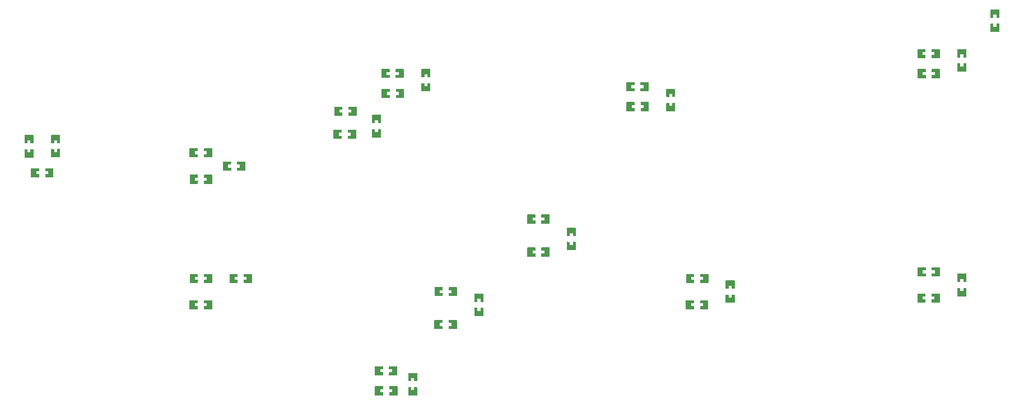
<source format=gbp>
G04 Layer: BottomPasteMaskLayer*
G04 EasyEDA v6.5.38, 2023-12-04 19:03:53*
G04 b5bff3c8101f4f8dbc120533c369a027,9f3f2715377c499da2f37e4e16011465,10*
G04 Gerber Generator version 0.2*
G04 Scale: 100 percent, Rotated: No, Reflected: No *
G04 Dimensions in millimeters *
G04 leading zeros omitted , absolute positions ,4 integer and 5 decimal *
%FSLAX45Y45*%
%MOMM*%

%ADD10C,0.0001*%

%LPD*%
G36*
X3424986Y9957968D02*
G01*
X3424986Y9912959D01*
X3379978Y9912959D01*
X3379978Y9957003D01*
X3338017Y9957460D01*
X3332987Y9952482D01*
X3332987Y9837470D01*
X3338017Y9832492D01*
X3465982Y9832492D01*
X3471011Y9837470D01*
X3471011Y9952482D01*
X3465982Y9957460D01*
G37*
G36*
X3338017Y10172496D02*
G01*
X3332987Y10167467D01*
X3332987Y10052456D01*
X3338017Y10047478D01*
X3379978Y10047478D01*
X3379978Y10091978D01*
X3424986Y10091978D01*
X3424986Y10047986D01*
X3465982Y10047478D01*
X3471011Y10052456D01*
X3471011Y10167467D01*
X3465982Y10172496D01*
G37*
G36*
X5647486Y9970973D02*
G01*
X5642508Y9965994D01*
X5642000Y9924999D01*
X5687009Y9924999D01*
X5687009Y9879990D01*
X5642965Y9879990D01*
X5642508Y9837978D01*
X5647486Y9833000D01*
X5762498Y9833000D01*
X5767476Y9837978D01*
X5767476Y9965994D01*
X5762498Y9970973D01*
G37*
G36*
X5432501Y9970973D02*
G01*
X5427472Y9965994D01*
X5427472Y9837978D01*
X5432501Y9833000D01*
X5547512Y9833000D01*
X5552490Y9837978D01*
X5552490Y9879990D01*
X5507990Y9879990D01*
X5507990Y9924999D01*
X5551982Y9924999D01*
X5552490Y9965994D01*
X5547512Y9970973D01*
G37*
G36*
X5647486Y7671003D02*
G01*
X5642508Y7665974D01*
X5642000Y7624978D01*
X5687009Y7624978D01*
X5687009Y7579969D01*
X5642965Y7579969D01*
X5642508Y7538008D01*
X5647486Y7532979D01*
X5762498Y7532979D01*
X5767476Y7538008D01*
X5767476Y7665974D01*
X5762498Y7671003D01*
G37*
G36*
X5432501Y7671003D02*
G01*
X5427472Y7665974D01*
X5427472Y7538008D01*
X5432501Y7532979D01*
X5547512Y7532979D01*
X5552490Y7538008D01*
X5552490Y7579969D01*
X5507990Y7579969D01*
X5507990Y7624978D01*
X5551982Y7624978D01*
X5552490Y7665974D01*
X5547512Y7671003D01*
G37*
G36*
X7834122Y10599877D02*
G01*
X7829143Y10594848D01*
X7828635Y10553852D01*
X7873644Y10553852D01*
X7873644Y10508843D01*
X7829600Y10508843D01*
X7829143Y10466882D01*
X7834122Y10461853D01*
X7949133Y10461853D01*
X7954111Y10466882D01*
X7954111Y10594848D01*
X7949133Y10599877D01*
G37*
G36*
X7619136Y10599877D02*
G01*
X7614107Y10594848D01*
X7614107Y10466882D01*
X7619136Y10461853D01*
X7734147Y10461853D01*
X7739125Y10466882D01*
X7739125Y10508843D01*
X7694625Y10508843D01*
X7694625Y10553852D01*
X7738618Y10553852D01*
X7739125Y10594848D01*
X7734147Y10599877D01*
G37*
G36*
X11133988Y8767470D02*
G01*
X11128959Y8762492D01*
X11128959Y8647480D01*
X11133988Y8642502D01*
X11174984Y8641994D01*
X11174984Y8687003D01*
X11219992Y8687003D01*
X11219992Y8642959D01*
X11261953Y8642502D01*
X11266982Y8647480D01*
X11266982Y8762492D01*
X11261953Y8767470D01*
G37*
G36*
X11133988Y8552484D02*
G01*
X11128959Y8547506D01*
X11128959Y8432495D01*
X11133988Y8427466D01*
X11261953Y8427466D01*
X11266982Y8432495D01*
X11266982Y8547506D01*
X11261953Y8552484D01*
X11219992Y8552484D01*
X11219992Y8507984D01*
X11174984Y8507984D01*
X11174984Y8551976D01*
G37*
G36*
X8547506Y11170970D02*
G01*
X8542477Y11165992D01*
X8541969Y11124996D01*
X8586978Y11124996D01*
X8586978Y11079988D01*
X8542985Y11079988D01*
X8542477Y11037976D01*
X8547506Y11032998D01*
X8662466Y11032998D01*
X8667496Y11037976D01*
X8667496Y11165992D01*
X8662466Y11170970D01*
G37*
G36*
X8332470Y11170970D02*
G01*
X8327491Y11165992D01*
X8327491Y11037976D01*
X8332470Y11032998D01*
X8447481Y11032998D01*
X8452459Y11037976D01*
X8452459Y11079988D01*
X8408009Y11079988D01*
X8408009Y11124996D01*
X8452002Y11124996D01*
X8452459Y11165992D01*
X8447481Y11170970D01*
G37*
G36*
X9347504Y7370978D02*
G01*
X9342475Y7366000D01*
X9341967Y7325004D01*
X9386976Y7325004D01*
X9386976Y7279995D01*
X9342983Y7279995D01*
X9342475Y7237984D01*
X9347504Y7233005D01*
X9462465Y7233005D01*
X9467494Y7237984D01*
X9467494Y7366000D01*
X9462465Y7370978D01*
G37*
G36*
X9132468Y7370978D02*
G01*
X9127490Y7366000D01*
X9127490Y7237984D01*
X9132468Y7233005D01*
X9247479Y7233005D01*
X9252458Y7237984D01*
X9252458Y7279995D01*
X9208008Y7279995D01*
X9208008Y7325004D01*
X9252000Y7325004D01*
X9252458Y7366000D01*
X9247479Y7370978D01*
G37*
G36*
X12247473Y10970971D02*
G01*
X12242495Y10965992D01*
X12241987Y10924997D01*
X12286996Y10924997D01*
X12286996Y10879988D01*
X12242952Y10879988D01*
X12242495Y10837976D01*
X12247473Y10832998D01*
X12362484Y10832998D01*
X12367463Y10837976D01*
X12367463Y10965992D01*
X12362484Y10970971D01*
G37*
G36*
X12032488Y10970971D02*
G01*
X12027458Y10965992D01*
X12027458Y10837976D01*
X12032488Y10832998D01*
X12147499Y10832998D01*
X12152477Y10837976D01*
X12152477Y10879988D01*
X12107976Y10879988D01*
X12107976Y10924997D01*
X12151969Y10924997D01*
X12152477Y10965992D01*
X12147499Y10970971D01*
G37*
G36*
X13147497Y7671003D02*
G01*
X13142468Y7665974D01*
X13141960Y7624978D01*
X13186968Y7624978D01*
X13186968Y7579969D01*
X13142976Y7579969D01*
X13142468Y7538008D01*
X13147497Y7532979D01*
X13262457Y7532979D01*
X13267486Y7538008D01*
X13267486Y7665974D01*
X13262457Y7671003D01*
G37*
G36*
X12932460Y7671003D02*
G01*
X12927482Y7665974D01*
X12927482Y7538008D01*
X12932460Y7532979D01*
X13047471Y7532979D01*
X13052501Y7538008D01*
X13052450Y7579969D01*
X13008000Y7579969D01*
X13008000Y7624978D01*
X13051993Y7624978D01*
X13052501Y7665974D01*
X13047471Y7671003D01*
G37*
G36*
X16647464Y11470995D02*
G01*
X16642486Y11465966D01*
X16641978Y11424970D01*
X16686987Y11424970D01*
X16686987Y11379962D01*
X16642943Y11379962D01*
X16642486Y11338001D01*
X16647464Y11332972D01*
X16762476Y11332972D01*
X16767454Y11338001D01*
X16767454Y11465966D01*
X16762476Y11470995D01*
G37*
G36*
X16432479Y11470995D02*
G01*
X16427450Y11465966D01*
X16427450Y11338001D01*
X16432479Y11332972D01*
X16547490Y11332972D01*
X16552468Y11338001D01*
X16552468Y11379962D01*
X16507968Y11379962D01*
X16507968Y11424970D01*
X16551960Y11424970D01*
X16552468Y11465966D01*
X16547490Y11470995D01*
G37*
G36*
X16647464Y7770977D02*
G01*
X16642486Y7765999D01*
X16641978Y7725003D01*
X16686987Y7725003D01*
X16686987Y7679994D01*
X16642943Y7679994D01*
X16642486Y7637983D01*
X16647464Y7633004D01*
X16762476Y7633004D01*
X16767454Y7637983D01*
X16767454Y7765999D01*
X16762476Y7770977D01*
G37*
G36*
X16432479Y7770977D02*
G01*
X16427450Y7765999D01*
X16427450Y7637983D01*
X16432479Y7633004D01*
X16547490Y7633004D01*
X16552468Y7637983D01*
X16552468Y7679994D01*
X16507968Y7679994D01*
X16507968Y7725003D01*
X16551960Y7725003D01*
X16552468Y7765999D01*
X16547490Y7770977D01*
G37*
G36*
X8447481Y6671005D02*
G01*
X8442502Y6665975D01*
X8441994Y6624980D01*
X8487003Y6624980D01*
X8487003Y6579971D01*
X8442960Y6579971D01*
X8442502Y6538010D01*
X8447481Y6532981D01*
X8562492Y6532981D01*
X8567470Y6538010D01*
X8567470Y6665975D01*
X8562492Y6671005D01*
G37*
G36*
X8232495Y6671005D02*
G01*
X8227466Y6665975D01*
X8227466Y6538010D01*
X8232495Y6532981D01*
X8347506Y6532981D01*
X8352485Y6538010D01*
X8352485Y6579971D01*
X8307984Y6579971D01*
X8307984Y6624980D01*
X8351977Y6624980D01*
X8352485Y6665975D01*
X8347506Y6671005D01*
G37*
G36*
X3249980Y9668967D02*
G01*
X3245002Y9663988D01*
X3244494Y9622993D01*
X3289503Y9622993D01*
X3289503Y9577984D01*
X3245510Y9577984D01*
X3245002Y9535972D01*
X3249980Y9530994D01*
X3364992Y9530994D01*
X3369970Y9535972D01*
X3369970Y9663988D01*
X3364992Y9668967D01*
G37*
G36*
X3034995Y9668967D02*
G01*
X3030016Y9663988D01*
X3030016Y9535972D01*
X3034995Y9530994D01*
X3150006Y9530994D01*
X3154984Y9535972D01*
X3154984Y9577984D01*
X3110484Y9577984D01*
X3110484Y9622993D01*
X3154476Y9622993D01*
X3154984Y9663988D01*
X3150006Y9668967D01*
G37*
G36*
X6150000Y9768992D02*
G01*
X6144971Y9763963D01*
X6144463Y9722967D01*
X6189472Y9722967D01*
X6189472Y9677958D01*
X6145479Y9677958D01*
X6144971Y9635998D01*
X6150000Y9630968D01*
X6265011Y9630968D01*
X6269990Y9635998D01*
X6269990Y9763963D01*
X6265011Y9768992D01*
G37*
G36*
X5935014Y9768992D02*
G01*
X5929985Y9763963D01*
X5929985Y9635998D01*
X5935014Y9630968D01*
X6049975Y9630968D01*
X6055004Y9635998D01*
X6055004Y9677958D01*
X6010503Y9677958D01*
X6010503Y9722967D01*
X6054496Y9722967D01*
X6055004Y9763963D01*
X6049975Y9768992D01*
G37*
G36*
X6249974Y8068970D02*
G01*
X6244996Y8063992D01*
X6244488Y8022996D01*
X6289497Y8022996D01*
X6289497Y7977987D01*
X6245504Y7977987D01*
X6244996Y7935975D01*
X6249974Y7930997D01*
X6364986Y7930997D01*
X6370015Y7935975D01*
X6370015Y8063992D01*
X6364986Y8068970D01*
G37*
G36*
X6034989Y8068970D02*
G01*
X6030010Y8063992D01*
X6030010Y7935975D01*
X6034989Y7930997D01*
X6150000Y7930997D01*
X6154978Y7935975D01*
X6154978Y7977987D01*
X6110478Y7977987D01*
X6110478Y8022996D01*
X6154470Y8022996D01*
X6154978Y8063992D01*
X6150000Y8068970D01*
G37*
G36*
X8188756Y10475163D02*
G01*
X8183778Y10470134D01*
X8183778Y10355173D01*
X8188756Y10350144D01*
X8229752Y10349636D01*
X8229752Y10394645D01*
X8274761Y10394645D01*
X8274761Y10350652D01*
X8316772Y10350144D01*
X8321751Y10355173D01*
X8321751Y10470134D01*
X8316772Y10475163D01*
G37*
G36*
X8188756Y10260177D02*
G01*
X8183778Y10255148D01*
X8183778Y10140137D01*
X8188756Y10135158D01*
X8316772Y10135158D01*
X8321751Y10140137D01*
X8321751Y10255148D01*
X8316772Y10260177D01*
X8274761Y10260126D01*
X8274761Y10215626D01*
X8229752Y10215626D01*
X8229752Y10259669D01*
G37*
G36*
X10749991Y8968994D02*
G01*
X10744962Y8963964D01*
X10744454Y8922969D01*
X10789462Y8922969D01*
X10789462Y8877960D01*
X10745470Y8877960D01*
X10744962Y8835999D01*
X10749991Y8830970D01*
X10865002Y8830970D01*
X10869980Y8835999D01*
X10869980Y8963964D01*
X10865002Y8968994D01*
G37*
G36*
X10534954Y8968994D02*
G01*
X10529976Y8963964D01*
X10529976Y8835999D01*
X10534954Y8830970D01*
X10649966Y8830970D01*
X10654995Y8835999D01*
X10654995Y8877960D01*
X10610494Y8877960D01*
X10610494Y8922969D01*
X10654487Y8922969D01*
X10654995Y8963964D01*
X10649966Y8968994D01*
G37*
G36*
X8935974Y11169954D02*
G01*
X8930995Y11164976D01*
X8930995Y11049965D01*
X8935974Y11044986D01*
X8976969Y11044478D01*
X8976969Y11089487D01*
X9021978Y11089487D01*
X9021978Y11045494D01*
X9063990Y11044986D01*
X9068968Y11049965D01*
X9068968Y11164976D01*
X9063990Y11169954D01*
G37*
G36*
X8935974Y10954969D02*
G01*
X8930995Y10949990D01*
X8930995Y10834979D01*
X8935974Y10830001D01*
X9063990Y10830001D01*
X9068968Y10834979D01*
X9068968Y10949990D01*
X9063990Y10954969D01*
X9021978Y10954969D01*
X9021978Y10910468D01*
X8976969Y10910468D01*
X8976969Y10954461D01*
G37*
G36*
X9822992Y7555484D02*
G01*
X9822992Y7510475D01*
X9777984Y7510475D01*
X9777984Y7554468D01*
X9735972Y7554975D01*
X9730994Y7549997D01*
X9730994Y7434986D01*
X9735972Y7429957D01*
X9863988Y7429957D01*
X9868966Y7434986D01*
X9868966Y7549997D01*
X9863988Y7554975D01*
G37*
G36*
X9735972Y7769961D02*
G01*
X9730994Y7764983D01*
X9730994Y7649972D01*
X9735972Y7644993D01*
X9777984Y7644993D01*
X9777984Y7689494D01*
X9822992Y7689494D01*
X9822992Y7645501D01*
X9863988Y7644993D01*
X9868966Y7649972D01*
X9868966Y7764983D01*
X9863988Y7769961D01*
G37*
G36*
X12635992Y10869980D02*
G01*
X12630962Y10865002D01*
X12630962Y10749991D01*
X12635992Y10744962D01*
X12676987Y10744454D01*
X12676987Y10789462D01*
X12721996Y10789462D01*
X12721996Y10745470D01*
X12763957Y10744962D01*
X12768986Y10749991D01*
X12768986Y10865002D01*
X12763957Y10869980D01*
G37*
G36*
X12635992Y10654995D02*
G01*
X12630962Y10649966D01*
X12630962Y10534954D01*
X12635992Y10529976D01*
X12763957Y10529976D01*
X12768986Y10534954D01*
X12768986Y10649966D01*
X12763957Y10654995D01*
X12721996Y10654995D01*
X12721996Y10610494D01*
X12676987Y10610494D01*
X12676987Y10654487D01*
G37*
G36*
X13622985Y7755483D02*
G01*
X13622985Y7710474D01*
X13577976Y7710474D01*
X13577976Y7754467D01*
X13535964Y7754975D01*
X13530986Y7749997D01*
X13530986Y7634986D01*
X13535964Y7630007D01*
X13663980Y7630007D01*
X13668959Y7634986D01*
X13668959Y7749997D01*
X13663980Y7754975D01*
G37*
G36*
X13535964Y7969961D02*
G01*
X13530986Y7964982D01*
X13530986Y7849971D01*
X13535964Y7844993D01*
X13577976Y7844993D01*
X13577976Y7889494D01*
X13622985Y7889494D01*
X13622985Y7845501D01*
X13663980Y7844993D01*
X13668959Y7849971D01*
X13668959Y7964982D01*
X13663980Y7969961D01*
G37*
G36*
X17035983Y11469979D02*
G01*
X17030954Y11465001D01*
X17030954Y11349990D01*
X17035983Y11344960D01*
X17076978Y11344452D01*
X17076978Y11389461D01*
X17121987Y11389461D01*
X17121987Y11345468D01*
X17163948Y11344960D01*
X17168977Y11349990D01*
X17168977Y11465001D01*
X17163948Y11469979D01*
G37*
G36*
X17035983Y11254994D02*
G01*
X17030954Y11249964D01*
X17030954Y11135004D01*
X17035983Y11129975D01*
X17163948Y11129975D01*
X17168977Y11135004D01*
X17168977Y11249964D01*
X17163948Y11254994D01*
X17121987Y11254994D01*
X17121987Y11210493D01*
X17076978Y11210493D01*
X17076978Y11254486D01*
G37*
G36*
X17122952Y7855508D02*
G01*
X17122952Y7810500D01*
X17077944Y7810500D01*
X17077944Y7854492D01*
X17035983Y7855000D01*
X17030954Y7849971D01*
X17030954Y7734960D01*
X17035983Y7729981D01*
X17163948Y7729981D01*
X17168977Y7734960D01*
X17168977Y7849971D01*
X17163948Y7855000D01*
G37*
G36*
X17035983Y8069986D02*
G01*
X17030954Y8064957D01*
X17030954Y7949996D01*
X17035983Y7944967D01*
X17077944Y7944967D01*
X17077944Y7989468D01*
X17122952Y7989468D01*
X17122952Y7945475D01*
X17163948Y7944967D01*
X17168977Y7949996D01*
X17168977Y8064957D01*
X17163948Y8069986D01*
G37*
G36*
X8735974Y6570014D02*
G01*
X8730996Y6564985D01*
X8730996Y6449974D01*
X8735974Y6444996D01*
X8776970Y6444488D01*
X8776970Y6489496D01*
X8821978Y6489496D01*
X8821978Y6445504D01*
X8863990Y6444996D01*
X8868968Y6449974D01*
X8868968Y6564985D01*
X8863990Y6570014D01*
G37*
G36*
X8735974Y6354978D02*
G01*
X8730996Y6350000D01*
X8730996Y6234988D01*
X8735974Y6230010D01*
X8863990Y6230010D01*
X8868968Y6234988D01*
X8868968Y6350000D01*
X8863990Y6354978D01*
X8821978Y6354978D01*
X8821978Y6310477D01*
X8776970Y6310477D01*
X8776970Y6354470D01*
G37*
G36*
X17622977Y11855500D02*
G01*
X17622977Y11810492D01*
X17577968Y11810492D01*
X17577968Y11854484D01*
X17535956Y11854992D01*
X17530978Y11849963D01*
X17530978Y11734952D01*
X17535956Y11729974D01*
X17663972Y11729974D01*
X17668951Y11734952D01*
X17668951Y11849963D01*
X17663972Y11854992D01*
G37*
G36*
X17535956Y12069978D02*
G01*
X17530978Y12064949D01*
X17530978Y11949988D01*
X17535956Y11944959D01*
X17577968Y11944959D01*
X17577968Y11989460D01*
X17622977Y11989460D01*
X17622977Y11945467D01*
X17663972Y11944959D01*
X17668951Y11949988D01*
X17668951Y12064949D01*
X17663972Y12069978D01*
G37*
G36*
X2935986Y10170007D02*
G01*
X2931007Y10164978D01*
X2931007Y10049967D01*
X2935986Y10044988D01*
X2976981Y10044480D01*
X2976981Y10089489D01*
X3021990Y10089489D01*
X3021990Y10045496D01*
X3064002Y10044988D01*
X3068980Y10049967D01*
X3068980Y10164978D01*
X3064002Y10170007D01*
G37*
G36*
X2935986Y9954971D02*
G01*
X2931007Y9949992D01*
X2931007Y9834981D01*
X2935986Y9830003D01*
X3064002Y9830003D01*
X3068980Y9834981D01*
X3068980Y9949992D01*
X3064002Y9954971D01*
X3021990Y9954971D01*
X3021990Y9910470D01*
X2976981Y9910470D01*
X2976981Y9954463D01*
G37*
G36*
X5434990Y9568992D02*
G01*
X5430012Y9563963D01*
X5430012Y9435998D01*
X5434990Y9430969D01*
X5550001Y9430969D01*
X5554980Y9435998D01*
X5555488Y9476994D01*
X5510479Y9476994D01*
X5510479Y9522002D01*
X5554472Y9522002D01*
X5554980Y9563963D01*
X5550001Y9568992D01*
G37*
G36*
X5649976Y9568992D02*
G01*
X5644997Y9563963D01*
X5644997Y9522002D01*
X5689498Y9522002D01*
X5689498Y9476994D01*
X5645505Y9476994D01*
X5644997Y9435998D01*
X5649976Y9430969D01*
X5764987Y9430969D01*
X5769965Y9435998D01*
X5769965Y9563963D01*
X5764987Y9568992D01*
G37*
G36*
X5434990Y8068970D02*
G01*
X5430012Y8063992D01*
X5430012Y7935975D01*
X5434990Y7930997D01*
X5550001Y7930997D01*
X5554980Y7935975D01*
X5555488Y7976971D01*
X5510479Y7976971D01*
X5510479Y8021980D01*
X5554472Y8021980D01*
X5554980Y8063992D01*
X5550001Y8068970D01*
G37*
G36*
X5649976Y8068970D02*
G01*
X5644997Y8063992D01*
X5644997Y8021980D01*
X5689498Y8021980D01*
X5689498Y7976971D01*
X5645505Y7976971D01*
X5644997Y7935975D01*
X5649976Y7930997D01*
X5764987Y7930997D01*
X5769965Y7935975D01*
X5769965Y8063992D01*
X5764987Y8068970D01*
G37*
G36*
X7608062Y10252049D02*
G01*
X7603083Y10247071D01*
X7603083Y10119055D01*
X7608062Y10114026D01*
X7723073Y10114026D01*
X7728051Y10119055D01*
X7728559Y10160050D01*
X7683550Y10160050D01*
X7683550Y10205059D01*
X7727594Y10205059D01*
X7728051Y10247071D01*
X7723073Y10252049D01*
G37*
G36*
X7823098Y10252049D02*
G01*
X7818069Y10247071D01*
X7818069Y10205059D01*
X7862570Y10205059D01*
X7862570Y10160050D01*
X7818577Y10160050D01*
X7818069Y10119055D01*
X7823098Y10114026D01*
X7938058Y10114026D01*
X7943088Y10119055D01*
X7943088Y10247071D01*
X7938058Y10252049D01*
G37*
G36*
X10749991Y8468969D02*
G01*
X10744962Y8463991D01*
X10744454Y8422995D01*
X10789462Y8422995D01*
X10789462Y8377986D01*
X10745470Y8377986D01*
X10744962Y8335975D01*
X10749991Y8330996D01*
X10865002Y8330996D01*
X10869980Y8335975D01*
X10869980Y8463991D01*
X10865002Y8468969D01*
G37*
G36*
X10534954Y8468969D02*
G01*
X10529976Y8463991D01*
X10529976Y8335975D01*
X10534954Y8330996D01*
X10649966Y8330996D01*
X10654995Y8335975D01*
X10654995Y8377986D01*
X10610494Y8377986D01*
X10610494Y8422995D01*
X10654487Y8422995D01*
X10654995Y8463991D01*
X10649966Y8468969D01*
G37*
G36*
X8334959Y10868964D02*
G01*
X8329980Y10863986D01*
X8329980Y10735970D01*
X8334959Y10730992D01*
X8449970Y10730992D01*
X8454999Y10735970D01*
X8455507Y10776966D01*
X8410498Y10776966D01*
X8410498Y10821974D01*
X8454491Y10821974D01*
X8454999Y10863986D01*
X8449970Y10868964D01*
G37*
G36*
X8549995Y10868964D02*
G01*
X8544966Y10863986D01*
X8544966Y10821974D01*
X8589467Y10821974D01*
X8589467Y10776966D01*
X8545474Y10776966D01*
X8544966Y10735970D01*
X8549995Y10730992D01*
X8664956Y10730992D01*
X8669985Y10735970D01*
X8669985Y10863986D01*
X8664956Y10868964D01*
G37*
G36*
X9134957Y7868970D02*
G01*
X9129979Y7863992D01*
X9129979Y7735976D01*
X9134957Y7730998D01*
X9249968Y7730998D01*
X9254998Y7735976D01*
X9255506Y7776972D01*
X9210497Y7776972D01*
X9210497Y7821980D01*
X9254490Y7821980D01*
X9254998Y7863992D01*
X9249968Y7868970D01*
G37*
G36*
X9349994Y7868970D02*
G01*
X9344964Y7863992D01*
X9344964Y7821980D01*
X9389465Y7821980D01*
X9389465Y7776972D01*
X9345472Y7776972D01*
X9344964Y7735976D01*
X9349994Y7730998D01*
X9464954Y7730998D01*
X9469983Y7735976D01*
X9469983Y7863992D01*
X9464954Y7868970D01*
G37*
G36*
X12034977Y10668965D02*
G01*
X12029998Y10663986D01*
X12029998Y10535970D01*
X12034977Y10530992D01*
X12149988Y10530992D01*
X12154966Y10535970D01*
X12155474Y10576966D01*
X12110466Y10576966D01*
X12110466Y10621975D01*
X12154458Y10621975D01*
X12154966Y10663986D01*
X12149988Y10668965D01*
G37*
G36*
X12249962Y10668965D02*
G01*
X12244984Y10663986D01*
X12244984Y10621975D01*
X12289485Y10621975D01*
X12289485Y10576966D01*
X12245492Y10576966D01*
X12244984Y10535970D01*
X12249962Y10530992D01*
X12364974Y10530992D01*
X12369952Y10535970D01*
X12369952Y10663986D01*
X12364974Y10668965D01*
G37*
G36*
X12934950Y8068970D02*
G01*
X12929971Y8063992D01*
X12929971Y7935975D01*
X12934950Y7930997D01*
X13049961Y7930997D01*
X13054990Y7935975D01*
X13055498Y7976971D01*
X13010489Y7976971D01*
X13010489Y8021980D01*
X13054482Y8021980D01*
X13054990Y8063992D01*
X13049961Y8068970D01*
G37*
G36*
X13149986Y8068970D02*
G01*
X13144957Y8063992D01*
X13144957Y8021980D01*
X13189457Y8021980D01*
X13189457Y7976971D01*
X13145465Y7976971D01*
X13144957Y7935975D01*
X13149986Y7930997D01*
X13264997Y7930997D01*
X13269976Y7935975D01*
X13269976Y8063992D01*
X13264997Y8068970D01*
G37*
G36*
X16434968Y11168989D02*
G01*
X16429990Y11163960D01*
X16429990Y11035995D01*
X16434968Y11030966D01*
X16549979Y11030966D01*
X16554957Y11035995D01*
X16555466Y11076990D01*
X16510457Y11076990D01*
X16510457Y11121999D01*
X16554450Y11121999D01*
X16554957Y11163960D01*
X16549979Y11168989D01*
G37*
G36*
X16649954Y11168989D02*
G01*
X16644975Y11163960D01*
X16644975Y11121999D01*
X16689476Y11121999D01*
X16689476Y11076990D01*
X16645483Y11076990D01*
X16644975Y11035995D01*
X16649954Y11030966D01*
X16764965Y11030966D01*
X16769943Y11035995D01*
X16769943Y11163960D01*
X16764965Y11168989D01*
G37*
G36*
X16434968Y8168995D02*
G01*
X16429990Y8163966D01*
X16429990Y8036001D01*
X16434968Y8030972D01*
X16549979Y8030972D01*
X16554957Y8036001D01*
X16555466Y8076996D01*
X16510457Y8076996D01*
X16510457Y8122005D01*
X16554450Y8122005D01*
X16554957Y8163966D01*
X16549979Y8168995D01*
G37*
G36*
X16649954Y8168995D02*
G01*
X16644975Y8163966D01*
X16644975Y8122005D01*
X16689476Y8122005D01*
X16689476Y8076996D01*
X16645483Y8076996D01*
X16644975Y8036001D01*
X16649954Y8030972D01*
X16764965Y8030972D01*
X16769943Y8036001D01*
X16769943Y8163966D01*
X16764965Y8168995D01*
G37*
G36*
X8234984Y6368999D02*
G01*
X8230006Y6363970D01*
X8230006Y6236004D01*
X8234984Y6230975D01*
X8349996Y6230975D01*
X8354974Y6236004D01*
X8355482Y6277000D01*
X8310473Y6277000D01*
X8310473Y6322009D01*
X8354466Y6322009D01*
X8354974Y6363970D01*
X8349996Y6368999D01*
G37*
G36*
X8449970Y6368999D02*
G01*
X8444992Y6363970D01*
X8444992Y6322009D01*
X8489492Y6322009D01*
X8489492Y6277000D01*
X8445500Y6277000D01*
X8444992Y6236004D01*
X8449970Y6230975D01*
X8564981Y6230975D01*
X8569960Y6236004D01*
X8569960Y6363970D01*
X8564981Y6368999D01*
G37*
M02*

</source>
